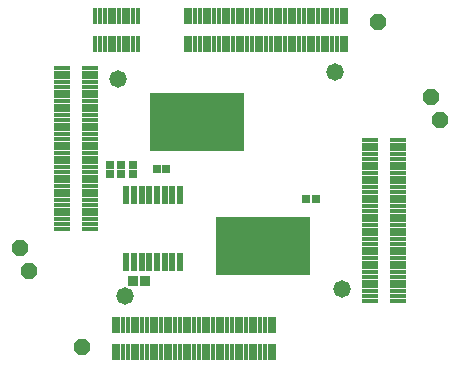
<source format=gbs>
G75*
%MOIN*%
%OFA0B0*%
%FSLAX24Y24*%
%IPPOS*%
%LPD*%
%AMOC8*
5,1,8,0,0,1.08239X$1,22.5*
%
%ADD10C,0.0580*%
%ADD11R,0.0250X0.0250*%
%ADD12OC8,0.0560*%
%ADD13R,0.0217X0.0630*%
%ADD14R,0.0350X0.0380*%
%ADD15R,0.0529X0.0159*%
%ADD16R,0.0159X0.0529*%
%ADD17R,0.3120X0.1920*%
D10*
X004402Y004162D03*
X011642Y004402D03*
X011402Y011642D03*
X004162Y011402D03*
D11*
X004282Y008537D03*
X004282Y008227D03*
X004662Y008227D03*
X004662Y008537D03*
X003902Y008537D03*
X003902Y008227D03*
X005467Y008422D03*
X005777Y008422D03*
X010447Y007422D03*
X010757Y007422D03*
D12*
X002962Y002482D03*
X001202Y005002D03*
X000902Y005762D03*
X012842Y013322D03*
X014602Y010802D03*
X014902Y010042D03*
D13*
X006237Y007534D03*
X005981Y007534D03*
X005725Y007534D03*
X005469Y007534D03*
X005213Y007534D03*
X004957Y007534D03*
X004701Y007534D03*
X004446Y007534D03*
X004446Y005314D03*
X004701Y005314D03*
X004957Y005314D03*
X005213Y005314D03*
X005469Y005314D03*
X005725Y005314D03*
X005981Y005314D03*
X006237Y005314D03*
D14*
X005072Y004682D03*
X004652Y004682D03*
D15*
X003223Y006425D03*
X003223Y006582D03*
X003223Y006740D03*
X003223Y006897D03*
X003223Y007055D03*
X003223Y007212D03*
X003223Y007370D03*
X003223Y007527D03*
X003223Y007685D03*
X003223Y007842D03*
X003223Y008000D03*
X003223Y008157D03*
X003223Y008315D03*
X003223Y008472D03*
X003223Y008630D03*
X003223Y008787D03*
X003223Y008944D03*
X003223Y009102D03*
X003223Y009259D03*
X003223Y009417D03*
X003223Y009574D03*
X003223Y009732D03*
X003223Y009889D03*
X003223Y010047D03*
X003223Y010204D03*
X003223Y010362D03*
X003223Y010519D03*
X003223Y010677D03*
X003223Y010834D03*
X003223Y010992D03*
X003223Y011149D03*
X003223Y011307D03*
X003223Y011464D03*
X003223Y011622D03*
X003223Y011779D03*
X002301Y011779D03*
X002301Y011622D03*
X002301Y011464D03*
X002301Y011307D03*
X002301Y011149D03*
X002301Y010992D03*
X002301Y010834D03*
X002301Y010677D03*
X002301Y010519D03*
X002301Y010362D03*
X002301Y010204D03*
X002301Y010047D03*
X002301Y009889D03*
X002301Y009732D03*
X002301Y009574D03*
X002301Y009417D03*
X002301Y009259D03*
X002301Y009102D03*
X002301Y008944D03*
X002301Y008787D03*
X002301Y008630D03*
X002301Y008472D03*
X002301Y008315D03*
X002301Y008157D03*
X002301Y008000D03*
X002301Y007842D03*
X002301Y007685D03*
X002301Y007527D03*
X002301Y007370D03*
X002301Y007212D03*
X002301Y007055D03*
X002301Y006897D03*
X002301Y006740D03*
X002301Y006582D03*
X002301Y006425D03*
X012581Y006387D03*
X012581Y006230D03*
X012581Y006072D03*
X012581Y005915D03*
X012581Y005757D03*
X012581Y005600D03*
X012581Y005442D03*
X012581Y005285D03*
X012581Y005127D03*
X012581Y004970D03*
X012581Y004812D03*
X012581Y004655D03*
X012581Y004497D03*
X012581Y004340D03*
X012581Y004182D03*
X012581Y004025D03*
X013503Y004025D03*
X013503Y004182D03*
X013503Y004340D03*
X013503Y004497D03*
X013503Y004655D03*
X013503Y004812D03*
X013503Y004970D03*
X013503Y005127D03*
X013503Y005285D03*
X013503Y005442D03*
X013503Y005600D03*
X013503Y005757D03*
X013503Y005915D03*
X013503Y006072D03*
X013503Y006230D03*
X013503Y006387D03*
X013503Y006544D03*
X013503Y006702D03*
X013503Y006859D03*
X013503Y007017D03*
X013503Y007174D03*
X013503Y007332D03*
X013503Y007489D03*
X013503Y007647D03*
X013503Y007804D03*
X013503Y007962D03*
X013503Y008119D03*
X013503Y008277D03*
X013503Y008434D03*
X013503Y008592D03*
X013503Y008749D03*
X013503Y008907D03*
X013503Y009064D03*
X013503Y009222D03*
X013503Y009379D03*
X012581Y009379D03*
X012581Y009222D03*
X012581Y009064D03*
X012581Y008907D03*
X012581Y008749D03*
X012581Y008592D03*
X012581Y008434D03*
X012581Y008277D03*
X012581Y008119D03*
X012581Y007962D03*
X012581Y007804D03*
X012581Y007647D03*
X012581Y007489D03*
X012581Y007332D03*
X012581Y007174D03*
X012581Y007017D03*
X012581Y006859D03*
X012581Y006702D03*
X012581Y006544D03*
D16*
X009379Y003223D03*
X009222Y003223D03*
X009064Y003223D03*
X008907Y003223D03*
X008749Y003223D03*
X008592Y003223D03*
X008434Y003223D03*
X008277Y003223D03*
X008119Y003223D03*
X007962Y003223D03*
X007804Y003223D03*
X007647Y003223D03*
X007489Y003223D03*
X007332Y003223D03*
X007174Y003223D03*
X007017Y003223D03*
X006859Y003223D03*
X006702Y003223D03*
X006544Y003223D03*
X006387Y003223D03*
X006230Y003223D03*
X006072Y003223D03*
X005915Y003223D03*
X005757Y003223D03*
X005600Y003223D03*
X005442Y003223D03*
X005285Y003223D03*
X005127Y003223D03*
X004970Y003223D03*
X004812Y003223D03*
X004655Y003223D03*
X004497Y003223D03*
X004340Y003223D03*
X004182Y003223D03*
X004025Y003223D03*
X004025Y002301D03*
X004182Y002301D03*
X004340Y002301D03*
X004497Y002301D03*
X004655Y002301D03*
X004812Y002301D03*
X004970Y002301D03*
X005127Y002301D03*
X005285Y002301D03*
X005442Y002301D03*
X005600Y002301D03*
X005757Y002301D03*
X005915Y002301D03*
X006072Y002301D03*
X006230Y002301D03*
X006387Y002301D03*
X006544Y002301D03*
X006702Y002301D03*
X006859Y002301D03*
X007017Y002301D03*
X007174Y002301D03*
X007332Y002301D03*
X007489Y002301D03*
X007647Y002301D03*
X007804Y002301D03*
X007962Y002301D03*
X008119Y002301D03*
X008277Y002301D03*
X008434Y002301D03*
X008592Y002301D03*
X008749Y002301D03*
X008907Y002301D03*
X009064Y002301D03*
X009222Y002301D03*
X009379Y002301D03*
X009417Y012581D03*
X009574Y012581D03*
X009732Y012581D03*
X009889Y012581D03*
X010047Y012581D03*
X010204Y012581D03*
X010362Y012581D03*
X010519Y012581D03*
X010677Y012581D03*
X010834Y012581D03*
X010992Y012581D03*
X011149Y012581D03*
X011307Y012581D03*
X011464Y012581D03*
X011622Y012581D03*
X011779Y012581D03*
X011779Y013503D03*
X011622Y013503D03*
X011464Y013503D03*
X011307Y013503D03*
X011149Y013503D03*
X010992Y013503D03*
X010834Y013503D03*
X010677Y013503D03*
X010519Y013503D03*
X010362Y013503D03*
X010204Y013503D03*
X010047Y013503D03*
X009889Y013503D03*
X009732Y013503D03*
X009574Y013503D03*
X009417Y013503D03*
X009259Y013503D03*
X009102Y013503D03*
X008944Y013503D03*
X008787Y013503D03*
X008630Y013503D03*
X008472Y013503D03*
X008315Y013503D03*
X008157Y013503D03*
X008000Y013503D03*
X007842Y013503D03*
X007685Y013503D03*
X007527Y013503D03*
X007370Y013503D03*
X007212Y013503D03*
X007055Y013503D03*
X006897Y013503D03*
X006740Y013503D03*
X006582Y013503D03*
X006425Y013503D03*
X006425Y012581D03*
X006582Y012581D03*
X006740Y012581D03*
X006897Y012581D03*
X007055Y012581D03*
X007212Y012581D03*
X007370Y012581D03*
X007527Y012581D03*
X007685Y012581D03*
X007842Y012581D03*
X008000Y012581D03*
X008157Y012581D03*
X008315Y012581D03*
X008472Y012581D03*
X008630Y012581D03*
X008787Y012581D03*
X008944Y012581D03*
X009102Y012581D03*
X009259Y012581D03*
X004831Y012581D03*
X004673Y012581D03*
X004516Y012581D03*
X004358Y012581D03*
X004201Y012581D03*
X004043Y012581D03*
X003886Y012581D03*
X003728Y012581D03*
X003571Y012581D03*
X003413Y012581D03*
X003413Y013503D03*
X003571Y013503D03*
X003728Y013503D03*
X003886Y013503D03*
X004043Y013503D03*
X004201Y013503D03*
X004358Y013503D03*
X004516Y013503D03*
X004673Y013503D03*
X004831Y013503D03*
D17*
X006802Y009962D03*
X009002Y005842D03*
M02*

</source>
